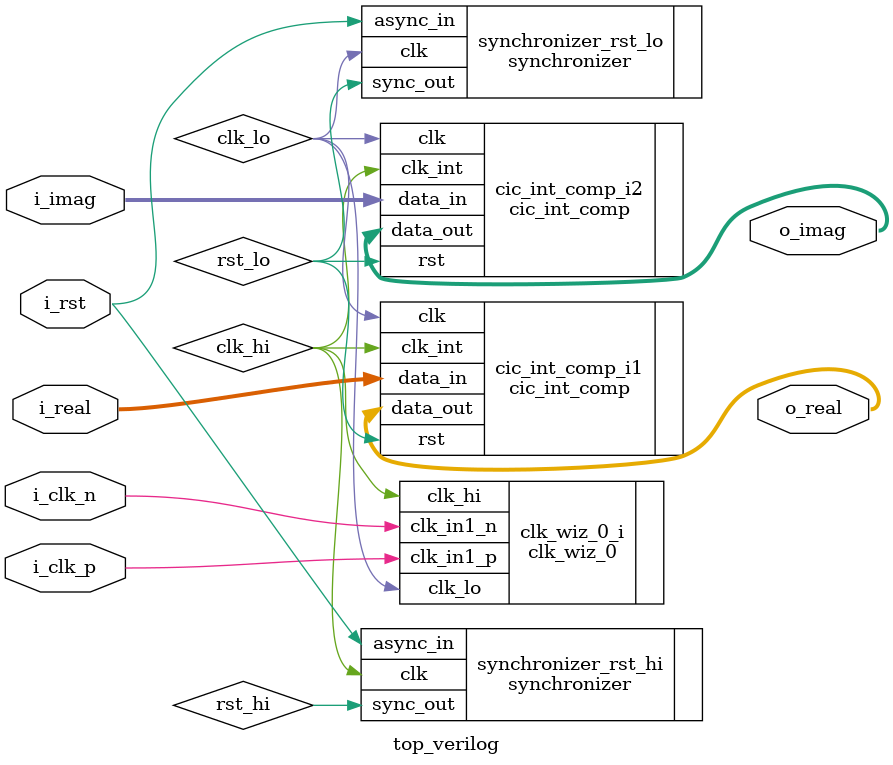
<source format=v>

`timescale 1ns / 1ps

module top_verilog
  #(
     parameter  NBits      = 16,                     //! Number of bits data signal
     parameter  NCoeff     = 86,                     //! Number of Coefficients FIR
     parameter  Coeff_File = "M86_coefficients.dat", //! Coefficients filename
     parameter  Width      = 20,                     //! Number of bits internal registers
     parameter  R          = 10,                     //! Interpolation ratio
     parameter  M          = 1,                      //! Number of delays
     parameter  N          = 3                       //! Number of sections
   )
   (
     // Control Signals
     i_rst,
     i_clk_p,
     i_clk_n,

     // Data Signals
     i_real,
     i_imag,
     o_real,
     o_imag

   );

  input                         i_rst;              //! Main Reset
  input                         i_clk_p;            //! Differential Clock Input P
  input                         i_clk_n;            //! Differential Clock Input N
  input  wire signed [15:0]     i_real;             //! Input Data In-Phase
  input  wire signed [15:0]     i_imag;             //! Input Data Quadrature
  output wire signed [15:0]     o_real;             //! Output Data In-Phase
  output wire signed [15:0]     o_imag;             //! Output Data Quadrature


  // --------------------------------------------------------------- //
  //*********************** Wire Declarations ***********************//
  // --------------------------------------------------------------- //

  //! Clock
  wire                    clk_lo;           //! Clock for sampling signal (7.68 MHz)
  wire                    clk_hi;           //! Clock for interpolated output (76.8 MHz)

  //! Reset
  wire                    rst_lo;           //! Reset sync to clk_lo
  wire                    rst_lo_n;         //! Reset sync to clk_lo, low active
  wire                    rst_hi;           //! Reset sync to clk_hi
  wire                    rst_hi_n;         //! Reset sync to clk_hi, low active

  // --------------------------------------------------------------- //
  // ********************** Clock generation *********************** //
  // --------------------------------------------------------------- //

  //! Clocks generation from transceiver clock, Vivado IP
  clk_wiz_0 clk_wiz_0_i
            (
              .clk_hi       (clk_hi),
              .clk_lo       (clk_lo),
              .clk_in1_p    (i_clk_p),
              .clk_in1_n    (i_clk_n)
            );

  // --------------------------------------------------------------- //
  // ************************** Reset  ***************************** //
  // --------------------------------------------------------------- //

  //! Synchronize asynchronous reset to signal clock domain
  synchronizer synchronizer_rst_lo
               (
                 .sync_out   (rst_lo),
                 .async_in   (i_rst),
                 .clk        (clk_lo)
               );

  //! Synchronize asynchronous reset to interpolated output clock domain
  synchronizer synchronizer_rst_hi
               (
                 .sync_out   (rst_hi),
                 .async_in   (i_rst),
                 .clk        (clk_hi)
               );

  // Low-active reset
  assign      rst_lo_n = ~rst_lo;
  assign      rst_hi_n = ~rst_hi;

  // --------------------------------------------------------------- //
  // *******************  Digital Upconversion   ******************* //
  // --------------------------------------------------------------- //

  //! Filtering and interpolation from fx to fc, Verilog filter, Real Data
  cic_int_comp #(
                 // Parameters
                 .NBits      (NBits),
                 .NCoeff     (NCoeff),
                 .Coeff_File (Coeff_File),
                 .Width      (Width),
                 .R          (R),
                 .M          (M),
                 .N          (N)
               ) cic_int_comp_i1 (
                 // Control Signals
                 .clk        (clk_lo),
                 .clk_int    (clk_hi),
                 .rst        (rst_lo),
                 // Data Signals
                 .data_in    (i_real),
                 .data_out   (o_real)
               );

  //! Filtering and interpolation from fx to fc, Verilog filter, Imaginary Data
  cic_int_comp #(
                 // Parameters
                 .NBits      (NBits),
                 .NCoeff     (NCoeff),
                 .Coeff_File (Coeff_File),
                 .Width      (Width),
                 .R          (R),
                 .M          (M),
                 .N          (N)
               ) cic_int_comp_i2 (
                 // Control Signals
                 .clk        (clk_lo),
                 .clk_int    (clk_hi),
                 .rst        (rst_lo),
                 // Data Signals
                 .data_in    (i_imag),
                 .data_out   (o_imag)
               );


endmodule

</source>
